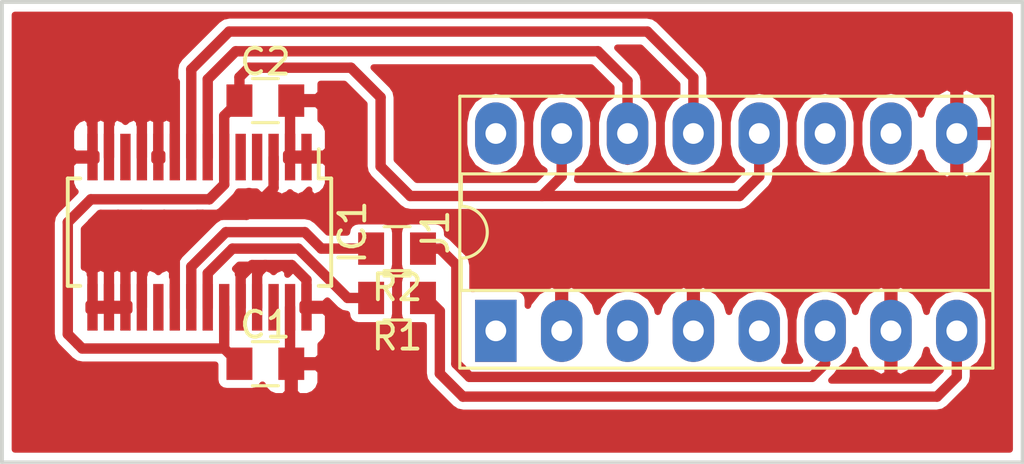
<source format=kicad_pcb>
(kicad_pcb (version 4) (host pcbnew 4.0.7)

  (general
    (links 33)
    (no_connects 0)
    (area 107.874999 102.794999 148.185 120.725001)
    (thickness 1.6)
    (drawings 4)
    (tracks 128)
    (zones 0)
    (modules 6)
    (nets 20)
  )

  (page A4)
  (layers
    (0 F.Cu signal)
    (31 B.Cu signal)
    (32 B.Adhes user)
    (33 F.Adhes user)
    (34 B.Paste user)
    (35 F.Paste user)
    (36 B.SilkS user)
    (37 F.SilkS user)
    (38 B.Mask user)
    (39 F.Mask user)
    (40 Dwgs.User user)
    (41 Cmts.User user)
    (42 Eco1.User user)
    (43 Eco2.User user)
    (44 Edge.Cuts user)
    (45 Margin user)
    (46 B.CrtYd user)
    (47 F.CrtYd user)
    (48 B.Fab user)
    (49 F.Fab user hide)
  )

  (setup
    (last_trace_width 0.4)
    (user_trace_width 0.4)
    (trace_clearance 0.2)
    (zone_clearance 0.3)
    (zone_45_only no)
    (trace_min 0.2)
    (segment_width 0.2)
    (edge_width 0.15)
    (via_size 0.6)
    (via_drill 0.4)
    (via_min_size 0.4)
    (via_min_drill 0.3)
    (uvia_size 0.3)
    (uvia_drill 0.1)
    (uvias_allowed no)
    (uvia_min_size 0.2)
    (uvia_min_drill 0.1)
    (pcb_text_width 0.3)
    (pcb_text_size 1.5 1.5)
    (mod_edge_width 0.15)
    (mod_text_size 1 1)
    (mod_text_width 0.15)
    (pad_size 0.9 0.4)
    (pad_drill 0)
    (pad_to_mask_clearance 0.2)
    (aux_axis_origin 0 0)
    (visible_elements 7FFFFFDF)
    (pcbplotparams
      (layerselection 0x00000_00000001)
      (usegerberextensions false)
      (excludeedgelayer true)
      (linewidth 0.100000)
      (plotframeref false)
      (viasonmask false)
      (mode 1)
      (useauxorigin false)
      (hpglpennumber 1)
      (hpglpenspeed 20)
      (hpglpendiameter 15)
      (hpglpenoverlay 2)
      (psnegative false)
      (psa4output false)
      (plotreference true)
      (plotvalue true)
      (plotinvisibletext false)
      (padsonsilk false)
      (subtractmaskfromsilk false)
      (outputformat 5)
      (mirror true)
      (drillshape 1)
      (scaleselection 1)
      (outputdirectory out/))
  )

  (net 0 "")
  (net 1 GND)
  (net 2 VCC)
  (net 3 "Net-(IC1-Pad4)")
  (net 4 "Net-(IC1-Pad5)")
  (net 5 /8701_XIN)
  (net 6 /8701_XOUT)
  (net 7 "Net-(IC1-Pad12)")
  (net 8 "Net-(IC1-Pad19)")
  (net 9 "Net-(IC1-Pad21)")
  (net 10 "Net-(IC1-Pad22)")
  (net 11 "Net-(IC1-Pad26)")
  (net 12 "Net-(J1-Pad1)")
  (net 13 "Net-(J1-Pad10)")
  (net 14 "Net-(J1-Pad3)")
  (net 15 "Net-(J1-Pad11)")
  (net 16 "Net-(J1-Pad5)")
  (net 17 /8701_CLK)
  (net 18 /8701_REF)
  (net 19 "Net-(J1-Pad16)")

  (net_class Default "This is the default net class."
    (clearance 0.2)
    (trace_width 0.4)
    (via_dia 0.6)
    (via_drill 0.4)
    (uvia_dia 0.3)
    (uvia_drill 0.1)
    (add_net /8701_CLK)
    (add_net /8701_REF)
    (add_net /8701_XIN)
    (add_net /8701_XOUT)
    (add_net GND)
    (add_net "Net-(IC1-Pad12)")
    (add_net "Net-(IC1-Pad19)")
    (add_net "Net-(IC1-Pad21)")
    (add_net "Net-(IC1-Pad22)")
    (add_net "Net-(IC1-Pad26)")
    (add_net "Net-(IC1-Pad4)")
    (add_net "Net-(IC1-Pad5)")
    (add_net "Net-(J1-Pad1)")
    (add_net "Net-(J1-Pad10)")
    (add_net "Net-(J1-Pad11)")
    (add_net "Net-(J1-Pad16)")
    (add_net "Net-(J1-Pad3)")
    (add_net "Net-(J1-Pad5)")
    (add_net VCC)
  )

  (module ics525-01-longpads:SSOP-28_3.9x9.9mm_Pitch0.635mm_LongPads (layer F.Cu) (tedit 5A2D5574) (tstamp 5A2D5CBB)
    (at 115.57 111.76 270)
    (descr "SSOP28: plastic shrink small outline package; 28 leads; body width 3.9 mm; lead pitch 0.635; (see http://cds.linear.com/docs/en/datasheet/38901fb.pdf)")
    (tags "SSOP 0.635")
    (path /5A284D3B)
    (attr smd)
    (fp_text reference IC1 (at 0 -5.9 270) (layer F.SilkS)
      (effects (font (size 1 1) (thickness 0.15)))
    )
    (fp_text value ICS525-01 (at -0.1 6.2 270) (layer F.Fab)
      (effects (font (size 1 1) (thickness 0.15)))
    )
    (fp_line (start -0.95 -4.95) (end 1.95 -4.95) (layer F.Fab) (width 0.15))
    (fp_line (start 1.95 -4.95) (end 1.95 4.95) (layer F.Fab) (width 0.15))
    (fp_line (start 1.95 4.95) (end -1.95 4.95) (layer F.Fab) (width 0.15))
    (fp_line (start -1.95 4.95) (end -1.95 -4) (layer F.Fab) (width 0.15))
    (fp_line (start -1.95 -4) (end -0.95 -4.95) (layer F.Fab) (width 0.15))
    (fp_line (start -3.45 -5.2) (end -3.45 5.2) (layer F.CrtYd) (width 0.05))
    (fp_line (start 3.45 -5.2) (end 3.45 5.2) (layer F.CrtYd) (width 0.05))
    (fp_line (start -3.45 -5.2) (end 3.45 -5.2) (layer F.CrtYd) (width 0.05))
    (fp_line (start -3.45 5.2) (end 3.45 5.2) (layer F.CrtYd) (width 0.05))
    (fp_line (start -2.075 -5.08) (end -2.075 -4.6) (layer F.SilkS) (width 0.15))
    (fp_line (start 2.075 -5.08) (end 2.075 -4.6) (layer F.SilkS) (width 0.15))
    (fp_line (start 2.075 5.08) (end 2.075 4.6) (layer F.SilkS) (width 0.15))
    (fp_line (start -2.075 5.08) (end -2.075 4.6) (layer F.SilkS) (width 0.15))
    (fp_line (start -2.075 -5.08) (end 2.075 -5.08) (layer F.SilkS) (width 0.15))
    (fp_line (start -2.075 5.08) (end 2.075 5.08) (layer F.SilkS) (width 0.15))
    (fp_line (start -2.075 -4.6) (end -3.2 -4.6) (layer F.SilkS) (width 0.15))
    (fp_text user %R (at 0 0 270) (layer F.Fab)
      (effects (font (size 0.8 0.8) (thickness 0.15)))
    )
    (pad 1 smd rect (at -2.9 -4.1275 270) (size 1.8 0.4) (layers F.Cu F.Paste F.Mask)
      (net 1 GND))
    (pad 2 smd rect (at -2.9 -3.4925 270) (size 1.8 0.4) (layers F.Cu F.Paste F.Mask)
      (net 1 GND))
    (pad 3 smd rect (at -2.9 -2.8575 270) (size 1.8 0.4) (layers F.Cu F.Paste F.Mask)
      (net 1 GND))
    (pad 4 smd rect (at -2.9 -2.2225 270) (size 1.8 0.4) (layers F.Cu F.Paste F.Mask)
      (net 3 "Net-(IC1-Pad4)"))
    (pad 5 smd rect (at -2.9 -1.5875 270) (size 1.8 0.4) (layers F.Cu F.Paste F.Mask)
      (net 4 "Net-(IC1-Pad5)"))
    (pad 6 smd rect (at -2.9 -0.9525 270) (size 1.8 0.4) (layers F.Cu F.Paste F.Mask)
      (net 2 VCC))
    (pad 7 smd rect (at -2.9 -0.3175 270) (size 1.8 0.4) (layers F.Cu F.Paste F.Mask)
      (net 5 /8701_XIN))
    (pad 8 smd rect (at -2.9 0.3175 270) (size 1.8 0.4) (layers F.Cu F.Paste F.Mask)
      (net 6 /8701_XOUT))
    (pad 9 smd rect (at -2.9 0.9525 270) (size 1.8 0.4) (layers F.Cu F.Paste F.Mask)
      (net 1 GND))
    (pad 10 smd rect (at -2.9 1.5875 270) (size 1.8 0.4) (layers F.Cu F.Paste F.Mask)
      (net 1 GND))
    (pad 11 smd rect (at -2.9 2.2225 270) (size 1.8 0.4) (layers F.Cu F.Paste F.Mask)
      (net 1 GND))
    (pad 12 smd rect (at -2.9 2.8575 270) (size 1.8 0.4) (layers F.Cu F.Paste F.Mask)
      (net 7 "Net-(IC1-Pad12)"))
    (pad 13 smd rect (at -2.9 3.4925 270) (size 1.8 0.4) (layers F.Cu F.Paste F.Mask)
      (net 1 GND))
    (pad 14 smd rect (at -2.9 4.1275 270) (size 1.8 0.4) (layers F.Cu F.Paste F.Mask)
      (net 1 GND))
    (pad 15 smd rect (at 2.9 4.1275 270) (size 1.8 0.4) (layers F.Cu F.Paste F.Mask)
      (net 1 GND))
    (pad 16 smd rect (at 2.9 3.4925 270) (size 1.8 0.4) (layers F.Cu F.Paste F.Mask)
      (net 1 GND))
    (pad 17 smd rect (at 2.9 2.8575 270) (size 1.8 0.4) (layers F.Cu F.Paste F.Mask)
      (net 1 GND))
    (pad 18 smd rect (at 2.9 2.2225 270) (size 1.8 0.4) (layers F.Cu F.Paste F.Mask)
      (net 1 GND))
    (pad 19 smd rect (at 2.9 1.5875 270) (size 1.8 0.4) (layers F.Cu F.Paste F.Mask)
      (net 8 "Net-(IC1-Pad19)"))
    (pad 20 smd rect (at 2.9 0.9525 270) (size 1.8 0.4) (layers F.Cu F.Paste F.Mask)
      (net 1 GND))
    (pad 21 smd rect (at 2.9 0.3175 270) (size 1.8 0.4) (layers F.Cu F.Paste F.Mask)
      (net 9 "Net-(IC1-Pad21)"))
    (pad 22 smd rect (at 2.9 -0.3175 270) (size 1.8 0.4) (layers F.Cu F.Paste F.Mask)
      (net 10 "Net-(IC1-Pad22)"))
    (pad 23 smd rect (at 2.9 -0.9525 270) (size 1.8 0.4) (layers F.Cu F.Paste F.Mask)
      (net 2 VCC))
    (pad 24 smd rect (at 2.9 -1.5875 270) (size 1.8 0.4) (layers F.Cu F.Paste F.Mask)
      (net 1 GND))
    (pad 25 smd rect (at 2.9 -2.2225 270) (size 1.8 0.4) (layers F.Cu F.Paste F.Mask)
      (net 1 GND))
    (pad 26 smd rect (at 2.9 -2.8575 270) (size 1.8 0.4) (layers F.Cu F.Paste F.Mask)
      (net 11 "Net-(IC1-Pad26)"))
    (pad 27 smd rect (at 2.9 -3.4925 270) (size 1.8 0.4) (layers F.Cu F.Paste F.Mask)
      (net 1 GND))
    (pad 28 smd rect (at 2.9 -4.1275 270) (size 1.8 0.4) (layers F.Cu F.Paste F.Mask)
      (net 1 GND))
    (model ${KISYS3DMOD}/Housings_SSOP.3dshapes/SSOP-28_3.9x9.9mm_Pitch0.635mm.wrl
      (at (xyz 0 0 0))
      (scale (xyz 1 1 1))
      (rotate (xyz 0 0 0))
    )
  )

  (module Housings_DIP:DIP-16_W7.62mm_Socket_LongPads (layer F.Cu) (tedit 59C78D6B) (tstamp 5A2D5CEB)
    (at 127 115.57 90)
    (descr "16-lead though-hole mounted DIP package, row spacing 7.62 mm (300 mils), Socket, LongPads")
    (tags "THT DIP DIL PDIP 2.54mm 7.62mm 300mil Socket LongPads")
    (path /5A284D7B)
    (fp_text reference J1 (at 3.81 -2.33 90) (layer F.SilkS)
      (effects (font (size 1 1) (thickness 0.15)))
    )
    (fp_text value Conn_8701 (at 3.81 20.11 90) (layer F.Fab)
      (effects (font (size 1 1) (thickness 0.15)))
    )
    (fp_arc (start 3.81 -1.33) (end 2.81 -1.33) (angle -180) (layer F.SilkS) (width 0.12))
    (fp_line (start 1.635 -1.27) (end 6.985 -1.27) (layer F.Fab) (width 0.1))
    (fp_line (start 6.985 -1.27) (end 6.985 19.05) (layer F.Fab) (width 0.1))
    (fp_line (start 6.985 19.05) (end 0.635 19.05) (layer F.Fab) (width 0.1))
    (fp_line (start 0.635 19.05) (end 0.635 -0.27) (layer F.Fab) (width 0.1))
    (fp_line (start 0.635 -0.27) (end 1.635 -1.27) (layer F.Fab) (width 0.1))
    (fp_line (start -1.27 -1.33) (end -1.27 19.11) (layer F.Fab) (width 0.1))
    (fp_line (start -1.27 19.11) (end 8.89 19.11) (layer F.Fab) (width 0.1))
    (fp_line (start 8.89 19.11) (end 8.89 -1.33) (layer F.Fab) (width 0.1))
    (fp_line (start 8.89 -1.33) (end -1.27 -1.33) (layer F.Fab) (width 0.1))
    (fp_line (start 2.81 -1.33) (end 1.56 -1.33) (layer F.SilkS) (width 0.12))
    (fp_line (start 1.56 -1.33) (end 1.56 19.11) (layer F.SilkS) (width 0.12))
    (fp_line (start 1.56 19.11) (end 6.06 19.11) (layer F.SilkS) (width 0.12))
    (fp_line (start 6.06 19.11) (end 6.06 -1.33) (layer F.SilkS) (width 0.12))
    (fp_line (start 6.06 -1.33) (end 4.81 -1.33) (layer F.SilkS) (width 0.12))
    (fp_line (start -1.44 -1.39) (end -1.44 19.17) (layer F.SilkS) (width 0.12))
    (fp_line (start -1.44 19.17) (end 9.06 19.17) (layer F.SilkS) (width 0.12))
    (fp_line (start 9.06 19.17) (end 9.06 -1.39) (layer F.SilkS) (width 0.12))
    (fp_line (start 9.06 -1.39) (end -1.44 -1.39) (layer F.SilkS) (width 0.12))
    (fp_line (start -1.55 -1.6) (end -1.55 19.4) (layer F.CrtYd) (width 0.05))
    (fp_line (start -1.55 19.4) (end 9.15 19.4) (layer F.CrtYd) (width 0.05))
    (fp_line (start 9.15 19.4) (end 9.15 -1.6) (layer F.CrtYd) (width 0.05))
    (fp_line (start 9.15 -1.6) (end -1.55 -1.6) (layer F.CrtYd) (width 0.05))
    (fp_text user %R (at 3.81 8.89 90) (layer F.Fab)
      (effects (font (size 1 1) (thickness 0.15)))
    )
    (pad 1 thru_hole rect (at 0 0 90) (size 2.4 1.6) (drill 0.8) (layers *.Cu *.Mask)
      (net 12 "Net-(J1-Pad1)"))
    (pad 9 thru_hole oval (at 7.62 17.78 90) (size 2.4 1.6) (drill 0.8) (layers *.Cu *.Mask)
      (net 1 GND))
    (pad 2 thru_hole oval (at 0 2.54 90) (size 2.4 1.6) (drill 0.8) (layers *.Cu *.Mask)
      (net 1 GND))
    (pad 10 thru_hole oval (at 7.62 15.24 90) (size 2.4 1.6) (drill 0.8) (layers *.Cu *.Mask)
      (net 13 "Net-(J1-Pad10)"))
    (pad 3 thru_hole oval (at 0 5.08 90) (size 2.4 1.6) (drill 0.8) (layers *.Cu *.Mask)
      (net 14 "Net-(J1-Pad3)"))
    (pad 11 thru_hole oval (at 7.62 12.7 90) (size 2.4 1.6) (drill 0.8) (layers *.Cu *.Mask)
      (net 15 "Net-(J1-Pad11)"))
    (pad 4 thru_hole oval (at 0 7.62 90) (size 2.4 1.6) (drill 0.8) (layers *.Cu *.Mask)
      (net 1 GND))
    (pad 12 thru_hole oval (at 7.62 10.16 90) (size 2.4 1.6) (drill 0.8) (layers *.Cu *.Mask)
      (net 2 VCC))
    (pad 5 thru_hole oval (at 0 10.16 90) (size 2.4 1.6) (drill 0.8) (layers *.Cu *.Mask)
      (net 16 "Net-(J1-Pad5)"))
    (pad 13 thru_hole oval (at 7.62 7.62 90) (size 2.4 1.6) (drill 0.8) (layers *.Cu *.Mask)
      (net 6 /8701_XOUT))
    (pad 6 thru_hole oval (at 0 12.7 90) (size 2.4 1.6) (drill 0.8) (layers *.Cu *.Mask)
      (net 17 /8701_CLK))
    (pad 14 thru_hole oval (at 7.62 5.08 90) (size 2.4 1.6) (drill 0.8) (layers *.Cu *.Mask)
      (net 5 /8701_XIN))
    (pad 7 thru_hole oval (at 0 15.24 90) (size 2.4 1.6) (drill 0.8) (layers *.Cu *.Mask)
      (net 1 GND))
    (pad 15 thru_hole oval (at 7.62 2.54 90) (size 2.4 1.6) (drill 0.8) (layers *.Cu *.Mask)
      (net 2 VCC))
    (pad 8 thru_hole oval (at 0 17.78 90) (size 2.4 1.6) (drill 0.8) (layers *.Cu *.Mask)
      (net 18 /8701_REF))
    (pad 16 thru_hole oval (at 7.62 0 90) (size 2.4 1.6) (drill 0.8) (layers *.Cu *.Mask)
      (net 19 "Net-(J1-Pad16)"))
    (model ${KISYS3DMOD}/Housings_DIP.3dshapes/DIP-16_W7.62mm_Socket.wrl
      (at (xyz 0 0 0))
      (scale (xyz 1 1 1))
      (rotate (xyz 0 0 0))
    )
  )

  (module Capacitors_SMD:C_0805 (layer F.Cu) (tedit 58AA8463) (tstamp 5A2D5E36)
    (at 118.11 116.84)
    (descr "Capacitor SMD 0805, reflow soldering, AVX (see smccp.pdf)")
    (tags "capacitor 0805")
    (path /5A2D462E)
    (attr smd)
    (fp_text reference C1 (at 0 -1.5) (layer F.SilkS)
      (effects (font (size 1 1) (thickness 0.15)))
    )
    (fp_text value 0.01uF (at 0 1.75) (layer F.Fab)
      (effects (font (size 1 1) (thickness 0.15)))
    )
    (fp_text user %R (at 0 -1.5) (layer F.Fab)
      (effects (font (size 1 1) (thickness 0.15)))
    )
    (fp_line (start -1 0.62) (end -1 -0.62) (layer F.Fab) (width 0.1))
    (fp_line (start 1 0.62) (end -1 0.62) (layer F.Fab) (width 0.1))
    (fp_line (start 1 -0.62) (end 1 0.62) (layer F.Fab) (width 0.1))
    (fp_line (start -1 -0.62) (end 1 -0.62) (layer F.Fab) (width 0.1))
    (fp_line (start 0.5 -0.85) (end -0.5 -0.85) (layer F.SilkS) (width 0.12))
    (fp_line (start -0.5 0.85) (end 0.5 0.85) (layer F.SilkS) (width 0.12))
    (fp_line (start -1.75 -0.88) (end 1.75 -0.88) (layer F.CrtYd) (width 0.05))
    (fp_line (start -1.75 -0.88) (end -1.75 0.87) (layer F.CrtYd) (width 0.05))
    (fp_line (start 1.75 0.87) (end 1.75 -0.88) (layer F.CrtYd) (width 0.05))
    (fp_line (start 1.75 0.87) (end -1.75 0.87) (layer F.CrtYd) (width 0.05))
    (pad 1 smd rect (at -1 0) (size 1 1.25) (layers F.Cu F.Paste F.Mask)
      (net 2 VCC))
    (pad 2 smd rect (at 1 0) (size 1 1.25) (layers F.Cu F.Paste F.Mask)
      (net 1 GND))
    (model Capacitors_SMD.3dshapes/C_0805.wrl
      (at (xyz 0 0 0))
      (scale (xyz 1 1 1))
      (rotate (xyz 0 0 0))
    )
  )

  (module Capacitors_SMD:C_0805 (layer F.Cu) (tedit 58AA8463) (tstamp 5A2D5E3B)
    (at 118.11 106.68)
    (descr "Capacitor SMD 0805, reflow soldering, AVX (see smccp.pdf)")
    (tags "capacitor 0805")
    (path /5A2D52FD)
    (attr smd)
    (fp_text reference C2 (at 0 -1.5) (layer F.SilkS)
      (effects (font (size 1 1) (thickness 0.15)))
    )
    (fp_text value 0.01uF (at 0 1.75) (layer F.Fab)
      (effects (font (size 1 1) (thickness 0.15)))
    )
    (fp_text user %R (at 0 -1.5) (layer F.Fab)
      (effects (font (size 1 1) (thickness 0.15)))
    )
    (fp_line (start -1 0.62) (end -1 -0.62) (layer F.Fab) (width 0.1))
    (fp_line (start 1 0.62) (end -1 0.62) (layer F.Fab) (width 0.1))
    (fp_line (start 1 -0.62) (end 1 0.62) (layer F.Fab) (width 0.1))
    (fp_line (start -1 -0.62) (end 1 -0.62) (layer F.Fab) (width 0.1))
    (fp_line (start 0.5 -0.85) (end -0.5 -0.85) (layer F.SilkS) (width 0.12))
    (fp_line (start -0.5 0.85) (end 0.5 0.85) (layer F.SilkS) (width 0.12))
    (fp_line (start -1.75 -0.88) (end 1.75 -0.88) (layer F.CrtYd) (width 0.05))
    (fp_line (start -1.75 -0.88) (end -1.75 0.87) (layer F.CrtYd) (width 0.05))
    (fp_line (start 1.75 0.87) (end 1.75 -0.88) (layer F.CrtYd) (width 0.05))
    (fp_line (start 1.75 0.87) (end -1.75 0.87) (layer F.CrtYd) (width 0.05))
    (pad 1 smd rect (at -1 0) (size 1 1.25) (layers F.Cu F.Paste F.Mask)
      (net 2 VCC))
    (pad 2 smd rect (at 1 0) (size 1 1.25) (layers F.Cu F.Paste F.Mask)
      (net 1 GND))
    (model Capacitors_SMD.3dshapes/C_0805.wrl
      (at (xyz 0 0 0))
      (scale (xyz 1 1 1))
      (rotate (xyz 0 0 0))
    )
  )

  (module Capacitors_SMD:C_0805 (layer F.Cu) (tedit 58AA8463) (tstamp 5A2D5E40)
    (at 123.19 114.3 180)
    (descr "Capacitor SMD 0805, reflow soldering, AVX (see smccp.pdf)")
    (tags "capacitor 0805")
    (path /5A284FFF)
    (attr smd)
    (fp_text reference R1 (at 0 -1.5 180) (layer F.SilkS)
      (effects (font (size 1 1) (thickness 0.15)))
    )
    (fp_text value 33 (at 0 1.75 180) (layer F.Fab)
      (effects (font (size 1 1) (thickness 0.15)))
    )
    (fp_text user %R (at 0 -1.5 180) (layer F.Fab)
      (effects (font (size 1 1) (thickness 0.15)))
    )
    (fp_line (start -1 0.62) (end -1 -0.62) (layer F.Fab) (width 0.1))
    (fp_line (start 1 0.62) (end -1 0.62) (layer F.Fab) (width 0.1))
    (fp_line (start 1 -0.62) (end 1 0.62) (layer F.Fab) (width 0.1))
    (fp_line (start -1 -0.62) (end 1 -0.62) (layer F.Fab) (width 0.1))
    (fp_line (start 0.5 -0.85) (end -0.5 -0.85) (layer F.SilkS) (width 0.12))
    (fp_line (start -0.5 0.85) (end 0.5 0.85) (layer F.SilkS) (width 0.12))
    (fp_line (start -1.75 -0.88) (end 1.75 -0.88) (layer F.CrtYd) (width 0.05))
    (fp_line (start -1.75 -0.88) (end -1.75 0.87) (layer F.CrtYd) (width 0.05))
    (fp_line (start 1.75 0.87) (end 1.75 -0.88) (layer F.CrtYd) (width 0.05))
    (fp_line (start 1.75 0.87) (end -1.75 0.87) (layer F.CrtYd) (width 0.05))
    (pad 1 smd rect (at -1 0 180) (size 1 1.25) (layers F.Cu F.Paste F.Mask)
      (net 18 /8701_REF))
    (pad 2 smd rect (at 1 0 180) (size 1 1.25) (layers F.Cu F.Paste F.Mask)
      (net 10 "Net-(IC1-Pad22)"))
    (model Capacitors_SMD.3dshapes/C_0805.wrl
      (at (xyz 0 0 0))
      (scale (xyz 1 1 1))
      (rotate (xyz 0 0 0))
    )
  )

  (module Capacitors_SMD:C_0805 (layer F.Cu) (tedit 58AA8463) (tstamp 5A2D5E45)
    (at 123.19 112.395 180)
    (descr "Capacitor SMD 0805, reflow soldering, AVX (see smccp.pdf)")
    (tags "capacitor 0805")
    (path /5A285068)
    (attr smd)
    (fp_text reference R2 (at 0 -1.5 180) (layer F.SilkS)
      (effects (font (size 1 1) (thickness 0.15)))
    )
    (fp_text value 33 (at 0 1.75 180) (layer F.Fab)
      (effects (font (size 1 1) (thickness 0.15)))
    )
    (fp_text user %R (at 0 -1.5 180) (layer F.Fab)
      (effects (font (size 1 1) (thickness 0.15)))
    )
    (fp_line (start -1 0.62) (end -1 -0.62) (layer F.Fab) (width 0.1))
    (fp_line (start 1 0.62) (end -1 0.62) (layer F.Fab) (width 0.1))
    (fp_line (start 1 -0.62) (end 1 0.62) (layer F.Fab) (width 0.1))
    (fp_line (start -1 -0.62) (end 1 -0.62) (layer F.Fab) (width 0.1))
    (fp_line (start 0.5 -0.85) (end -0.5 -0.85) (layer F.SilkS) (width 0.12))
    (fp_line (start -0.5 0.85) (end 0.5 0.85) (layer F.SilkS) (width 0.12))
    (fp_line (start -1.75 -0.88) (end 1.75 -0.88) (layer F.CrtYd) (width 0.05))
    (fp_line (start -1.75 -0.88) (end -1.75 0.87) (layer F.CrtYd) (width 0.05))
    (fp_line (start 1.75 0.87) (end 1.75 -0.88) (layer F.CrtYd) (width 0.05))
    (fp_line (start 1.75 0.87) (end -1.75 0.87) (layer F.CrtYd) (width 0.05))
    (pad 1 smd rect (at -1 0 180) (size 1 1.25) (layers F.Cu F.Paste F.Mask)
      (net 17 /8701_CLK))
    (pad 2 smd rect (at 1 0 180) (size 1 1.25) (layers F.Cu F.Paste F.Mask)
      (net 9 "Net-(IC1-Pad21)"))
    (model Capacitors_SMD.3dshapes/C_0805.wrl
      (at (xyz 0 0 0))
      (scale (xyz 1 1 1))
      (rotate (xyz 0 0 0))
    )
  )

  (gr_line (start 107.95 120.65) (end 147.32 120.65) (angle 90) (layer Edge.Cuts) (width 0.15))
  (gr_line (start 147.32 102.87) (end 107.95 102.87) (angle 90) (layer Edge.Cuts) (width 0.15))
  (gr_line (start 107.95 102.87) (end 107.95 120.65) (angle 90) (layer Edge.Cuts) (width 0.15))
  (gr_line (start 147.32 102.87) (end 147.32 120.65) (angle 90) (layer Edge.Cuts) (width 0.15))

  (segment (start 114.6175 108.86) (end 114.6175 105.9815) (width 0.4) (layer F.Cu) (net 1) (status 400000))
  (segment (start 114.3 105.664) (end 113.792 105.664) (width 0.4) (layer F.Cu) (net 1) (tstamp 5A2D6586))
  (segment (start 114.6175 105.9815) (end 114.3 105.664) (width 0.4) (layer F.Cu) (net 1) (tstamp 5A2D6585))
  (segment (start 113.9825 108.86) (end 113.9825 105.8545) (width 0.4) (layer F.Cu) (net 1) (status 400000))
  (segment (start 113.792 105.664) (end 112.776 105.664) (width 0.4) (layer F.Cu) (net 1) (tstamp 5A2D6582))
  (segment (start 113.9825 105.8545) (end 113.792 105.664) (width 0.4) (layer F.Cu) (net 1) (tstamp 5A2D6581))
  (segment (start 113.3475 108.86) (end 113.3475 106.2355) (width 0.4) (layer F.Cu) (net 1) (status 400000))
  (segment (start 112.776 105.664) (end 112.268 105.664) (width 0.4) (layer F.Cu) (net 1) (tstamp 5A2D657D))
  (segment (start 113.3475 106.2355) (end 112.776 105.664) (width 0.4) (layer F.Cu) (net 1) (tstamp 5A2D657C))
  (segment (start 112.0775 108.86) (end 112.0775 105.7275) (width 0.4) (layer F.Cu) (net 1))
  (segment (start 109.728 105.664) (end 109.728 108.204) (width 0.4) (layer F.Cu) (net 1) (tstamp 5A2D6572))
  (segment (start 110.49 104.902) (end 109.728 105.664) (width 0.4) (layer F.Cu) (net 1) (tstamp 5A2D6571))
  (segment (start 111.252 104.902) (end 110.49 104.902) (width 0.4) (layer F.Cu) (net 1) (tstamp 5A2D6570))
  (segment (start 112.0775 105.7275) (end 111.252 104.902) (width 0.4) (layer F.Cu) (net 1) (tstamp 5A2D656F))
  (segment (start 111.4425 108.86) (end 111.4425 107.3785) (width 0.4) (layer F.Cu) (net 1))
  (segment (start 112.522 118.872) (end 125.476 118.872) (width 0.4) (layer F.Cu) (net 1) (tstamp 5A2D6569))
  (segment (start 109.728 116.078) (end 112.522 118.872) (width 0.4) (layer F.Cu) (net 1) (tstamp 5A2D6568))
  (segment (start 109.728 107.95) (end 109.728 108.204) (width 0.4) (layer F.Cu) (net 1) (tstamp 5A2D6567))
  (segment (start 109.728 108.204) (end 109.728 116.078) (width 0.4) (layer F.Cu) (net 1) (tstamp 5A2D6575))
  (segment (start 110.744 106.934) (end 109.728 107.95) (width 0.4) (layer F.Cu) (net 1) (tstamp 5A2D6566))
  (segment (start 110.998 106.934) (end 110.744 106.934) (width 0.4) (layer F.Cu) (net 1) (tstamp 5A2D6565))
  (segment (start 111.4425 107.3785) (end 110.998 106.934) (width 0.4) (layer F.Cu) (net 1) (tstamp 5A2D6564))
  (segment (start 144.78 107.95) (end 144.78 113.03) (width 0.4) (layer F.Cu) (net 1))
  (segment (start 119.11 116.84) (end 123.444 116.84) (width 0.4) (layer F.Cu) (net 1))
  (segment (start 142.24 113.919) (end 142.24 115.57) (width 0.4) (layer F.Cu) (net 1) (tstamp 5A2D64FE))
  (segment (start 142.875 113.284) (end 142.24 113.919) (width 0.4) (layer F.Cu) (net 1) (tstamp 5A2D64FD))
  (segment (start 145.288 113.284) (end 142.875 113.284) (width 0.4) (layer F.Cu) (net 1) (tstamp 5A2D64FC))
  (segment (start 146.304 114.3) (end 145.288 113.284) (width 0.4) (layer F.Cu) (net 1) (tstamp 5A2D64FB))
  (segment (start 146.304 117.221) (end 146.304 114.3) (width 0.4) (layer F.Cu) (net 1) (tstamp 5A2D64F9))
  (segment (start 144.653 118.872) (end 146.304 117.221) (width 0.4) (layer F.Cu) (net 1) (tstamp 5A2D64F8))
  (segment (start 125.476 118.872) (end 144.653 118.872) (width 0.4) (layer F.Cu) (net 1) (tstamp 5A2D64F6))
  (segment (start 123.444 116.84) (end 125.476 118.872) (width 0.4) (layer F.Cu) (net 1) (tstamp 5A2D64F5))
  (segment (start 111.4425 114.66) (end 111.4425 111.407502) (width 0.4) (layer F.Cu) (net 1))
  (segment (start 111.76 111.090002) (end 112.429998 111.090002) (width 0.4) (layer F.Cu) (net 1) (tstamp 5A2D64F1))
  (segment (start 111.4425 111.407502) (end 111.76 111.090002) (width 0.4) (layer F.Cu) (net 1) (tstamp 5A2D64F0))
  (segment (start 112.0775 114.66) (end 112.0775 111.4425) (width 0.4) (layer F.Cu) (net 1))
  (segment (start 112.429998 111.090002) (end 113.318998 111.090002) (width 0.4) (layer F.Cu) (net 1) (tstamp 5A2D64ED))
  (segment (start 112.0775 111.4425) (end 112.429998 111.090002) (width 0.4) (layer F.Cu) (net 1) (tstamp 5A2D64EC))
  (segment (start 112.7125 114.66) (end 112.7125 111.6965) (width 0.4) (layer F.Cu) (net 1))
  (segment (start 113.318998 111.090002) (end 114.207998 111.090002) (width 0.4) (layer F.Cu) (net 1) (tstamp 5A2D64E9))
  (segment (start 112.7125 111.6965) (end 113.318998 111.090002) (width 0.4) (layer F.Cu) (net 1) (tstamp 5A2D64E8))
  (segment (start 113.3475 114.66) (end 113.3475 111.9505) (width 0.4) (layer F.Cu) (net 1))
  (segment (start 114.207998 111.090002) (end 115.697 111.090002) (width 0.4) (layer F.Cu) (net 1) (tstamp 5A2D64E3))
  (segment (start 113.3475 111.9505) (end 114.207998 111.090002) (width 0.4) (layer F.Cu) (net 1) (tstamp 5A2D64E2))
  (segment (start 118.4275 108.86) (end 118.4275 110.0455) (width 0.4) (layer F.Cu) (net 1))
  (segment (start 114.6175 111.9505) (end 114.6175 114.66) (width 0.4) (layer F.Cu) (net 1) (tstamp 5A2D64D9))
  (segment (start 115.477998 111.090002) (end 114.6175 111.9505) (width 0.4) (layer F.Cu) (net 1) (tstamp 5A2D64D8))
  (segment (start 117.382998 111.090002) (end 115.697 111.090002) (width 0.4) (layer F.Cu) (net 1) (tstamp 5A2D64D7))
  (segment (start 115.697 111.090002) (end 115.477998 111.090002) (width 0.4) (layer F.Cu) (net 1) (tstamp 5A2D64E6))
  (segment (start 118.4275 110.0455) (end 117.382998 111.090002) (width 0.4) (layer F.Cu) (net 1) (tstamp 5A2D64D6))
  (segment (start 117.1575 114.66) (end 117.1575 113.4745) (width 0.4) (layer F.Cu) (net 1))
  (segment (start 117.602 113.03) (end 118.11 113.03) (width 0.4) (layer F.Cu) (net 1) (tstamp 5A2D644D))
  (segment (start 117.1575 113.4745) (end 117.602 113.03) (width 0.4) (layer F.Cu) (net 1) (tstamp 5A2D644C))
  (segment (start 117.7925 114.66) (end 117.7925 113.3475) (width 0.4) (layer F.Cu) (net 1))
  (segment (start 119.6975 113.6015) (end 119.6975 114.66) (width 0.4) (layer F.Cu) (net 1) (tstamp 5A2D6449))
  (segment (start 119.126 113.03) (end 119.6975 113.6015) (width 0.4) (layer F.Cu) (net 1) (tstamp 5A2D6448))
  (segment (start 118.11 113.03) (end 119.126 113.03) (width 0.4) (layer F.Cu) (net 1) (tstamp 5A2D6447))
  (segment (start 117.7925 113.3475) (end 118.11 113.03) (width 0.4) (layer F.Cu) (net 1) (tstamp 5A2D6446))
  (segment (start 119.0625 114.66) (end 119.0625 116.7925) (width 0.4) (layer F.Cu) (net 1))
  (segment (start 119.0625 116.7925) (end 119.11 116.84) (width 0.4) (layer F.Cu) (net 1) (tstamp 5A2D6371))
  (segment (start 119.0625 108.86) (end 119.0625 106.7275) (width 0.4) (layer F.Cu) (net 1))
  (segment (start 119.0625 106.7275) (end 119.11 106.68) (width 0.4) (layer F.Cu) (net 1) (tstamp 5A2D636B))
  (segment (start 119.3165 106.8865) (end 119.11 106.68) (width 0.4) (layer F.Cu) (net 1) (tstamp 5A2D630F) (status 30))
  (segment (start 119.0625 106.7275) (end 119.11 106.68) (width 0.4) (layer F.Cu) (net 1) (tstamp 5A2D6296) (status 30))
  (segment (start 117.11 116.84) (end 116.5225 116.2525) (width 0.4) (layer F.Cu) (net 2) (status 400000))
  (segment (start 116.5225 116.2525) (end 111.0455 116.2525) (width 0.4) (layer F.Cu) (net 2) (tstamp 5A2D6597))
  (segment (start 111.0455 116.2525) (end 110.871 116.078) (width 0.4) (layer F.Cu) (net 2) (tstamp 5A2D6598))
  (segment (start 116.5225 108.86) (end 116.5225 109.9185) (width 0.4) (layer F.Cu) (net 2))
  (segment (start 116.5225 109.9185) (end 115.951 110.49) (width 0.4) (layer F.Cu) (net 2) (tstamp 5A2D6541))
  (segment (start 115.951 110.49) (end 111.379 110.49) (width 0.4) (layer F.Cu) (net 2) (tstamp 5A2D6542))
  (segment (start 111.379 110.49) (end 110.49 111.379) (width 0.4) (layer F.Cu) (net 2) (tstamp 5A2D6543))
  (segment (start 110.49 111.379) (end 110.49 115.697) (width 0.4) (layer F.Cu) (net 2) (tstamp 5A2D6544))
  (segment (start 110.49 115.697) (end 110.871 116.078) (width 0.4) (layer F.Cu) (net 2) (tstamp 5A2D6545))
  (segment (start 137.16 107.95) (end 137.16 109.601) (width 0.4) (layer F.Cu) (net 2))
  (segment (start 136.398 110.363) (end 128.778 110.363) (width 0.4) (layer F.Cu) (net 2) (tstamp 5A2D6517))
  (segment (start 137.16 109.601) (end 136.398 110.363) (width 0.4) (layer F.Cu) (net 2) (tstamp 5A2D6516))
  (segment (start 117.11 106.68) (end 117.11 105.775) (width 0.4) (layer F.Cu) (net 2))
  (segment (start 129.54 109.601) (end 129.54 107.95) (width 0.4) (layer F.Cu) (net 2) (tstamp 5A2D650F))
  (segment (start 128.778 110.363) (end 129.54 109.601) (width 0.4) (layer F.Cu) (net 2) (tstamp 5A2D650E))
  (segment (start 123.698 110.363) (end 128.778 110.363) (width 0.4) (layer F.Cu) (net 2) (tstamp 5A2D650D))
  (segment (start 122.555 109.22) (end 123.698 110.363) (width 0.4) (layer F.Cu) (net 2) (tstamp 5A2D650C))
  (segment (start 122.555 106.553) (end 122.555 109.22) (width 0.4) (layer F.Cu) (net 2) (tstamp 5A2D650B))
  (segment (start 121.412 105.41) (end 122.555 106.553) (width 0.4) (layer F.Cu) (net 2) (tstamp 5A2D650A))
  (segment (start 117.475 105.41) (end 121.412 105.41) (width 0.4) (layer F.Cu) (net 2) (tstamp 5A2D6509))
  (segment (start 117.11 105.775) (end 117.475 105.41) (width 0.4) (layer F.Cu) (net 2) (tstamp 5A2D6508))
  (segment (start 116.5225 109.9185) (end 115.951 110.49) (width 0.4) (layer F.Cu) (net 2) (tstamp 5A2D64CC))
  (segment (start 116.5225 114.66) (end 116.5225 116.2525) (width 0.4) (layer F.Cu) (net 2))
  (segment (start 116.5225 108.86) (end 116.5225 107.2675) (width 0.4) (layer F.Cu) (net 2))
  (segment (start 116.5225 107.2675) (end 117.11 106.68) (width 0.4) (layer F.Cu) (net 2) (tstamp 5A2D6368))
  (segment (start 116.7765 107.0135) (end 117.11 106.68) (width 0.4) (layer F.Cu) (net 2) (tstamp 5A2D630C) (status 30))
  (segment (start 117.1575 116.7925) (end 117.11 116.84) (width 0.4) (layer F.Cu) (net 2) (tstamp 5A2D628F) (status 30))
  (segment (start 117.1575 106.7275) (end 117.11 106.68) (width 0.4) (layer F.Cu) (net 2) (tstamp 5A2D6286) (status 30))
  (segment (start 115.8875 108.86) (end 115.8875 105.8545) (width 0.4) (layer F.Cu) (net 5))
  (segment (start 132.08 105.918) (end 132.08 107.95) (width 0.4) (layer F.Cu) (net 5) (tstamp 5A2D651D))
  (segment (start 130.937 104.775) (end 132.08 105.918) (width 0.4) (layer F.Cu) (net 5) (tstamp 5A2D651C))
  (segment (start 116.967 104.775) (end 130.937 104.775) (width 0.4) (layer F.Cu) (net 5) (tstamp 5A2D651B))
  (segment (start 115.8875 105.8545) (end 116.967 104.775) (width 0.4) (layer F.Cu) (net 5) (tstamp 5A2D651A))
  (segment (start 132.08 108.966) (end 132.08 107.95) (width 0.4) (layer F.Cu) (net 5) (tstamp 5A2D647E))
  (segment (start 115.2525 108.86) (end 115.2525 105.4735) (width 0.4) (layer F.Cu) (net 6))
  (segment (start 134.62 105.791) (end 134.62 107.95) (width 0.4) (layer F.Cu) (net 6) (tstamp 5A2D6524))
  (segment (start 132.842 104.013) (end 134.62 105.791) (width 0.4) (layer F.Cu) (net 6) (tstamp 5A2D6522))
  (segment (start 116.713 104.013) (end 132.842 104.013) (width 0.4) (layer F.Cu) (net 6) (tstamp 5A2D6521))
  (segment (start 115.2525 105.4735) (end 116.713 104.013) (width 0.4) (layer F.Cu) (net 6) (tstamp 5A2D6520))
  (segment (start 115.2525 114.66) (end 115.2525 113.0935) (width 0.4) (layer F.Cu) (net 9))
  (segment (start 120.269 112.395) (end 122.19 112.395) (width 0.4) (layer F.Cu) (net 9) (tstamp 5A2D6493))
  (segment (start 119.634 111.76) (end 120.269 112.395) (width 0.4) (layer F.Cu) (net 9) (tstamp 5A2D6492))
  (segment (start 116.586 111.76) (end 119.634 111.76) (width 0.4) (layer F.Cu) (net 9) (tstamp 5A2D6491))
  (segment (start 115.2525 113.0935) (end 116.586 111.76) (width 0.4) (layer F.Cu) (net 9) (tstamp 5A2D6490))
  (segment (start 115.8875 114.66) (end 115.8875 113.3475) (width 0.4) (layer F.Cu) (net 10))
  (segment (start 121.285 114.3) (end 122.19 114.3) (width 0.4) (layer F.Cu) (net 10) (tstamp 5A2D6489))
  (segment (start 119.38 112.395) (end 121.285 114.3) (width 0.4) (layer F.Cu) (net 10) (tstamp 5A2D6488))
  (segment (start 116.84 112.395) (end 119.38 112.395) (width 0.4) (layer F.Cu) (net 10) (tstamp 5A2D6487))
  (segment (start 115.8875 113.3475) (end 116.84 112.395) (width 0.4) (layer F.Cu) (net 10) (tstamp 5A2D6486))
  (segment (start 124.19 112.395) (end 124.841 112.395) (width 0.4) (layer F.Cu) (net 17))
  (segment (start 139.7 116.84) (end 139.7 115.57) (width 0.4) (layer F.Cu) (net 17) (tstamp 5A2D6464))
  (segment (start 139.192 117.348) (end 139.7 116.84) (width 0.4) (layer F.Cu) (net 17) (tstamp 5A2D6463))
  (segment (start 125.984 117.348) (end 139.192 117.348) (width 0.4) (layer F.Cu) (net 17) (tstamp 5A2D6462))
  (segment (start 125.476 116.84) (end 125.984 117.348) (width 0.4) (layer F.Cu) (net 17) (tstamp 5A2D6461))
  (segment (start 125.476 113.03) (end 125.476 116.84) (width 0.4) (layer F.Cu) (net 17) (tstamp 5A2D6460))
  (segment (start 124.841 112.395) (end 125.476 113.03) (width 0.4) (layer F.Cu) (net 17) (tstamp 5A2D645F))
  (segment (start 124.19 114.3) (end 124.333 114.3) (width 0.4) (layer F.Cu) (net 18) (status C00000))
  (segment (start 124.333 114.3) (end 124.841 114.808) (width 0.4) (layer F.Cu) (net 18) (tstamp 5A2D65A0) (status 400000))
  (segment (start 124.841 117.221) (end 125.73 118.11) (width 0.4) (layer F.Cu) (net 18) (tstamp 5A2D65A2))
  (segment (start 124.841 114.808) (end 124.841 117.221) (width 0.4) (layer F.Cu) (net 18) (tstamp 5A2D65A1))
  (segment (start 144.78 117.348) (end 144.78 115.57) (width 0.4) (layer F.Cu) (net 18) (tstamp 5A2D646A))
  (segment (start 144.018 118.11) (end 144.78 117.348) (width 0.4) (layer F.Cu) (net 18) (tstamp 5A2D6469))
  (segment (start 125.73 118.11) (end 144.018 118.11) (width 0.4) (layer F.Cu) (net 18) (tstamp 5A2D6468))
  (segment (start 144.78 116.586) (end 144.78 115.57) (width 0.4) (layer F.Cu) (net 18) (tstamp 5A2D62D1))

  (zone (net 1) (net_name GND) (layer F.Cu) (tstamp 5A2D65ED) (hatch edge 0.508)
    (connect_pads (clearance 0.3))
    (min_thickness 0.254)
    (fill yes (arc_segments 16) (thermal_gap 0.508) (thermal_bridge_width 0.508))
    (polygon
      (pts
        (xy 107.95 102.87) (xy 147.32 102.87) (xy 147.32 120.65) (xy 107.95 120.65)
      )
    )
    (filled_polygon
      (pts
        (xy 146.818 120.148) (xy 108.452 120.148) (xy 108.452 111.379) (xy 109.863 111.379) (xy 109.863 115.697)
        (xy 109.910728 115.936943) (xy 110.018561 116.098327) (xy 110.046644 116.140356) (xy 110.602144 116.695856) (xy 110.805557 116.831772)
        (xy 111.0455 116.8795) (xy 116.174635 116.8795) (xy 116.174635 117.465) (xy 116.204409 117.623237) (xy 116.297927 117.768567)
        (xy 116.440619 117.866064) (xy 116.61 117.900365) (xy 117.61 117.900365) (xy 117.768237 117.870591) (xy 117.913567 117.777073)
        (xy 117.999719 117.650986) (xy 118.071673 117.824699) (xy 118.250302 118.003327) (xy 118.483691 118.1) (xy 118.82425 118.1)
        (xy 118.983 117.94125) (xy 118.983 116.967) (xy 119.237 116.967) (xy 119.237 117.94125) (xy 119.39575 118.1)
        (xy 119.736309 118.1) (xy 119.969698 118.003327) (xy 120.148327 117.824699) (xy 120.245 117.59131) (xy 120.245 117.12575)
        (xy 120.08625 116.967) (xy 119.237 116.967) (xy 118.983 116.967) (xy 118.963 116.967) (xy 118.963 116.713)
        (xy 118.983 116.713) (xy 118.983 116.693) (xy 119.237 116.693) (xy 119.237 116.713) (xy 120.08625 116.713)
        (xy 120.245 116.55425) (xy 120.245 116.10338) (xy 120.257199 116.098327) (xy 120.435827 115.919698) (xy 120.5325 115.686309)
        (xy 120.5325 114.94575) (xy 120.37375 114.787) (xy 119.7975 114.787) (xy 119.7975 114.807) (xy 119.75875 114.807)
        (xy 119.73875 114.787) (xy 119.5505 114.787) (xy 119.5505 114.533) (xy 119.73875 114.533) (xy 119.75875 114.513)
        (xy 119.7975 114.513) (xy 119.7975 114.533) (xy 120.37375 114.533) (xy 120.502519 114.404231) (xy 120.841644 114.743356)
        (xy 121.045058 114.879273) (xy 121.254635 114.92096) (xy 121.254635 114.925) (xy 121.284409 115.083237) (xy 121.377927 115.228567)
        (xy 121.520619 115.326064) (xy 121.69 115.360365) (xy 122.69 115.360365) (xy 122.848237 115.330591) (xy 122.993567 115.237073)
        (xy 123.091064 115.094381) (xy 123.125365 114.925) (xy 123.125365 113.675) (xy 123.095591 113.516763) (xy 123.002073 113.371433)
        (xy 122.968281 113.348344) (xy 122.993567 113.332073) (xy 123.091064 113.189381) (xy 123.125365 113.02) (xy 123.125365 111.77)
        (xy 123.254635 111.77) (xy 123.254635 113.02) (xy 123.284409 113.178237) (xy 123.377927 113.323567) (xy 123.411719 113.346656)
        (xy 123.386433 113.362927) (xy 123.288936 113.505619) (xy 123.254635 113.675) (xy 123.254635 114.925) (xy 123.284409 115.083237)
        (xy 123.377927 115.228567) (xy 123.520619 115.326064) (xy 123.69 115.360365) (xy 124.214 115.360365) (xy 124.214 117.221)
        (xy 124.261728 117.460943) (xy 124.370169 117.623237) (xy 124.397644 117.664356) (xy 125.286644 118.553356) (xy 125.490058 118.689273)
        (xy 125.73 118.737) (xy 144.018 118.737) (xy 144.257943 118.689272) (xy 144.461356 118.553356) (xy 145.223356 117.791356)
        (xy 145.359273 117.587942) (xy 145.407 117.348) (xy 145.407 117.030272) (xy 145.64762 116.869495) (xy 145.9136 116.471428)
        (xy 146.007 116.001875) (xy 146.007 115.138125) (xy 145.9136 114.668572) (xy 145.64762 114.270505) (xy 145.249553 114.004525)
        (xy 144.78 113.911125) (xy 144.310447 114.004525) (xy 143.91238 114.270505) (xy 143.6464 114.668572) (xy 143.61364 114.833268)
        (xy 143.517166 114.503517) (xy 143.164896 114.0655) (xy 142.671819 113.795633) (xy 142.589039 113.778096) (xy 142.367 113.900085)
        (xy 142.367 115.443) (xy 142.387 115.443) (xy 142.387 115.697) (xy 142.367 115.697) (xy 142.367 117.239915)
        (xy 142.589039 117.361904) (xy 142.671819 117.344367) (xy 143.164896 117.0745) (xy 143.517166 116.636483) (xy 143.61364 116.306732)
        (xy 143.6464 116.471428) (xy 143.91238 116.869495) (xy 144.153 117.030272) (xy 144.153 117.088288) (xy 143.758288 117.483)
        (xy 139.943712 117.483) (xy 140.143356 117.283356) (xy 140.222257 117.165272) (xy 140.279272 117.079943) (xy 140.283351 117.059438)
        (xy 140.56762 116.869495) (xy 140.8336 116.471428) (xy 140.86636 116.306732) (xy 140.962834 116.636483) (xy 141.315104 117.0745)
        (xy 141.808181 117.344367) (xy 141.890961 117.361904) (xy 142.113 117.239915) (xy 142.113 115.697) (xy 142.093 115.697)
        (xy 142.093 115.443) (xy 142.113 115.443) (xy 142.113 113.900085) (xy 141.890961 113.778096) (xy 141.808181 113.795633)
        (xy 141.315104 114.0655) (xy 140.962834 114.503517) (xy 140.86636 114.833268) (xy 140.8336 114.668572) (xy 140.56762 114.270505)
        (xy 140.169553 114.004525) (xy 139.7 113.911125) (xy 139.230447 114.004525) (xy 138.83238 114.270505) (xy 138.5664 114.668572)
        (xy 138.473 115.138125) (xy 138.473 116.001875) (xy 138.5664 116.471428) (xy 138.733159 116.721) (xy 138.126841 116.721)
        (xy 138.2936 116.471428) (xy 138.387 116.001875) (xy 138.387 115.138125) (xy 138.2936 114.668572) (xy 138.02762 114.270505)
        (xy 137.629553 114.004525) (xy 137.16 113.911125) (xy 136.690447 114.004525) (xy 136.29238 114.270505) (xy 136.0264 114.668572)
        (xy 135.99364 114.833268) (xy 135.897166 114.503517) (xy 135.544896 114.0655) (xy 135.051819 113.795633) (xy 134.969039 113.778096)
        (xy 134.747 113.900085) (xy 134.747 115.443) (xy 134.767 115.443) (xy 134.767 115.697) (xy 134.747 115.697)
        (xy 134.747 115.717) (xy 134.493 115.717) (xy 134.493 115.697) (xy 134.473 115.697) (xy 134.473 115.443)
        (xy 134.493 115.443) (xy 134.493 113.900085) (xy 134.270961 113.778096) (xy 134.188181 113.795633) (xy 133.695104 114.0655)
        (xy 133.342834 114.503517) (xy 133.24636 114.833268) (xy 133.2136 114.668572) (xy 132.94762 114.270505) (xy 132.549553 114.004525)
        (xy 132.08 113.911125) (xy 131.610447 114.004525) (xy 131.21238 114.270505) (xy 130.9464 114.668572) (xy 130.91364 114.833268)
        (xy 130.817166 114.503517) (xy 130.464896 114.0655) (xy 129.971819 113.795633) (xy 129.889039 113.778096) (xy 129.667 113.900085)
        (xy 129.667 115.443) (xy 129.687 115.443) (xy 129.687 115.697) (xy 129.667 115.697) (xy 129.667 115.717)
        (xy 129.413 115.717) (xy 129.413 115.697) (xy 129.393 115.697) (xy 129.393 115.443) (xy 129.413 115.443)
        (xy 129.413 113.900085) (xy 129.190961 113.778096) (xy 129.108181 113.795633) (xy 128.615104 114.0655) (xy 128.262834 114.503517)
        (xy 128.235365 114.597407) (xy 128.235365 114.37) (xy 128.205591 114.211763) (xy 128.112073 114.066433) (xy 127.969381 113.968936)
        (xy 127.8 113.934635) (xy 126.2 113.934635) (xy 126.103 113.952887) (xy 126.103 113.03) (xy 126.091915 112.974272)
        (xy 126.055273 112.790058) (xy 125.919356 112.586644) (xy 125.284356 111.951644) (xy 125.125365 111.84541) (xy 125.125365 111.77)
        (xy 125.095591 111.611763) (xy 125.002073 111.466433) (xy 124.859381 111.368936) (xy 124.69 111.334635) (xy 123.69 111.334635)
        (xy 123.531763 111.364409) (xy 123.386433 111.457927) (xy 123.288936 111.600619) (xy 123.254635 111.77) (xy 123.125365 111.77)
        (xy 123.095591 111.611763) (xy 123.002073 111.466433) (xy 122.859381 111.368936) (xy 122.69 111.334635) (xy 121.69 111.334635)
        (xy 121.531763 111.364409) (xy 121.386433 111.457927) (xy 121.288936 111.600619) (xy 121.25504 111.768) (xy 120.528712 111.768)
        (xy 120.077356 111.316644) (xy 119.873943 111.180728) (xy 119.634 111.133) (xy 116.586 111.133) (xy 116.346058 111.180727)
        (xy 116.142644 111.316644) (xy 114.809144 112.650144) (xy 114.673228 112.853557) (xy 114.6255 113.0935) (xy 114.6255 113.718693)
        (xy 114.617513 113.758131) (xy 114.588091 113.601763) (xy 114.5175 113.492062) (xy 114.5175 113.28375) (xy 114.35875 113.125)
        (xy 114.29119 113.125) (xy 114.057801 113.221673) (xy 113.9825 113.296974) (xy 113.907199 113.221673) (xy 113.67381 113.125)
        (xy 113.60625 113.125) (xy 113.4475 113.28375) (xy 113.4475 113.396975) (xy 113.272199 113.221673) (xy 113.124063 113.160313)
        (xy 113.08875 113.125) (xy 112.97125 113.125) (xy 112.935937 113.160313) (xy 112.787801 113.221673) (xy 112.7125 113.296974)
        (xy 112.637199 113.221673) (xy 112.489063 113.160313) (xy 112.45375 113.125) (xy 112.33625 113.125) (xy 112.300937 113.160313)
        (xy 112.152801 113.221673) (xy 112.0775 113.296974) (xy 112.002199 113.221673) (xy 111.854063 113.160313) (xy 111.81875 113.125)
        (xy 111.70125 113.125) (xy 111.665937 113.160313) (xy 111.517801 113.221673) (xy 111.3425 113.396975) (xy 111.3425 113.28375)
        (xy 111.18375 113.125) (xy 111.117 113.125) (xy 111.117 111.638712) (xy 111.638712 111.117) (xy 115.951 111.117)
        (xy 116.190943 111.069272) (xy 116.394356 110.933356) (xy 116.965856 110.361856) (xy 117.077102 110.195365) (xy 117.3575 110.195365)
        (xy 117.479315 110.172444) (xy 117.5925 110.195365) (xy 117.76484 110.195365) (xy 117.867801 110.298327) (xy 118.10119 110.395)
        (xy 118.16875 110.395) (xy 118.3275 110.23625) (xy 118.3275 110.123025) (xy 118.502801 110.298327) (xy 118.650937 110.359687)
        (xy 118.68625 110.395) (xy 118.80375 110.395) (xy 118.839063 110.359687) (xy 118.987199 110.298327) (xy 119.0625 110.223026)
        (xy 119.137801 110.298327) (xy 119.285937 110.359687) (xy 119.32125 110.395) (xy 119.43875 110.395) (xy 119.474063 110.359687)
        (xy 119.622199 110.298327) (xy 119.7975 110.123025) (xy 119.7975 110.23625) (xy 119.95625 110.395) (xy 120.02381 110.395)
        (xy 120.257199 110.298327) (xy 120.435827 110.119698) (xy 120.5325 109.886309) (xy 120.5325 109.14575) (xy 120.37375 108.987)
        (xy 119.7975 108.987) (xy 119.7975 109.04575) (xy 119.73875 108.987) (xy 118.9155 108.987) (xy 118.9155 108.733)
        (xy 119.73875 108.733) (xy 119.75875 108.713) (xy 119.7975 108.713) (xy 119.7975 108.733) (xy 120.37375 108.733)
        (xy 120.5325 108.57425) (xy 120.5325 107.833691) (xy 120.435827 107.600302) (xy 120.257199 107.421673) (xy 120.245 107.41662)
        (xy 120.245 106.96575) (xy 120.08625 106.807) (xy 119.237 106.807) (xy 119.237 106.827) (xy 118.983 106.827)
        (xy 118.983 106.807) (xy 118.963 106.807) (xy 118.963 106.553) (xy 118.983 106.553) (xy 118.983 106.533)
        (xy 119.237 106.533) (xy 119.237 106.553) (xy 120.08625 106.553) (xy 120.245 106.39425) (xy 120.245 106.037)
        (xy 121.152288 106.037) (xy 121.928 106.812712) (xy 121.928 109.22) (xy 121.975728 109.459943) (xy 122.032743 109.545272)
        (xy 122.111644 109.663356) (xy 123.254644 110.806356) (xy 123.458057 110.942272) (xy 123.698 110.99) (xy 136.398 110.99)
        (xy 136.637943 110.942272) (xy 136.841356 110.806356) (xy 137.603356 110.044356) (xy 137.739273 109.840942) (xy 137.787 109.601)
        (xy 137.787 109.410272) (xy 138.02762 109.249495) (xy 138.2936 108.851428) (xy 138.387 108.381875) (xy 138.387 107.518125)
        (xy 138.473 107.518125) (xy 138.473 108.381875) (xy 138.5664 108.851428) (xy 138.83238 109.249495) (xy 139.230447 109.515475)
        (xy 139.7 109.608875) (xy 140.169553 109.515475) (xy 140.56762 109.249495) (xy 140.8336 108.851428) (xy 140.927 108.381875)
        (xy 140.927 107.518125) (xy 141.013 107.518125) (xy 141.013 108.381875) (xy 141.1064 108.851428) (xy 141.37238 109.249495)
        (xy 141.770447 109.515475) (xy 142.24 109.608875) (xy 142.709553 109.515475) (xy 143.10762 109.249495) (xy 143.3736 108.851428)
        (xy 143.40636 108.686732) (xy 143.502834 109.016483) (xy 143.855104 109.4545) (xy 144.348181 109.724367) (xy 144.430961 109.741904)
        (xy 144.653 109.619915) (xy 144.653 108.077) (xy 144.907 108.077) (xy 144.907 109.619915) (xy 145.129039 109.741904)
        (xy 145.211819 109.724367) (xy 145.704896 109.4545) (xy 146.057166 109.016483) (xy 146.215 108.477) (xy 146.215 108.077)
        (xy 144.907 108.077) (xy 144.653 108.077) (xy 144.633 108.077) (xy 144.633 107.823) (xy 144.653 107.823)
        (xy 144.653 106.280085) (xy 144.907 106.280085) (xy 144.907 107.823) (xy 146.215 107.823) (xy 146.215 107.423)
        (xy 146.057166 106.883517) (xy 145.704896 106.4455) (xy 145.211819 106.175633) (xy 145.129039 106.158096) (xy 144.907 106.280085)
        (xy 144.653 106.280085) (xy 144.430961 106.158096) (xy 144.348181 106.175633) (xy 143.855104 106.4455) (xy 143.502834 106.883517)
        (xy 143.40636 107.213268) (xy 143.3736 107.048572) (xy 143.10762 106.650505) (xy 142.709553 106.384525) (xy 142.24 106.291125)
        (xy 141.770447 106.384525) (xy 141.37238 106.650505) (xy 141.1064 107.048572) (xy 141.013 107.518125) (xy 140.927 107.518125)
        (xy 140.8336 107.048572) (xy 140.56762 106.650505) (xy 140.169553 106.384525) (xy 139.7 106.291125) (xy 139.230447 106.384525)
        (xy 138.83238 106.650505) (xy 138.5664 107.048572) (xy 138.473 107.518125) (xy 138.387 107.518125) (xy 138.2936 107.048572)
        (xy 138.02762 106.650505) (xy 137.629553 106.384525) (xy 137.16 106.291125) (xy 136.690447 106.384525) (xy 136.29238 106.650505)
        (xy 136.0264 107.048572) (xy 135.933 107.518125) (xy 135.933 108.381875) (xy 136.0264 108.851428) (xy 136.29238 109.249495)
        (xy 136.491647 109.382641) (xy 136.138288 109.736) (xy 130.140147 109.736) (xy 130.167 109.601) (xy 130.167 109.410272)
        (xy 130.40762 109.249495) (xy 130.6736 108.851428) (xy 130.767 108.381875) (xy 130.767 107.518125) (xy 130.6736 107.048572)
        (xy 130.40762 106.650505) (xy 130.009553 106.384525) (xy 129.54 106.291125) (xy 129.070447 106.384525) (xy 128.67238 106.650505)
        (xy 128.4064 107.048572) (xy 128.313 107.518125) (xy 128.313 108.381875) (xy 128.4064 108.851428) (xy 128.67238 109.249495)
        (xy 128.871647 109.382641) (xy 128.518288 109.736) (xy 123.957712 109.736) (xy 123.182 108.960288) (xy 123.182 107.518125)
        (xy 125.773 107.518125) (xy 125.773 108.381875) (xy 125.8664 108.851428) (xy 126.13238 109.249495) (xy 126.530447 109.515475)
        (xy 127 109.608875) (xy 127.469553 109.515475) (xy 127.86762 109.249495) (xy 128.1336 108.851428) (xy 128.227 108.381875)
        (xy 128.227 107.518125) (xy 128.1336 107.048572) (xy 127.86762 106.650505) (xy 127.469553 106.384525) (xy 127 106.291125)
        (xy 126.530447 106.384525) (xy 126.13238 106.650505) (xy 125.8664 107.048572) (xy 125.773 107.518125) (xy 123.182 107.518125)
        (xy 123.182 106.553) (xy 123.134272 106.313057) (xy 122.998356 106.109644) (xy 122.290712 105.402) (xy 130.677288 105.402)
        (xy 131.453 106.177712) (xy 131.453 106.489728) (xy 131.21238 106.650505) (xy 130.9464 107.048572) (xy 130.853 107.518125)
        (xy 130.853 108.381875) (xy 130.9464 108.851428) (xy 131.21238 109.249495) (xy 131.610447 109.515475) (xy 132.08 109.608875)
        (xy 132.549553 109.515475) (xy 132.94762 109.249495) (xy 133.2136 108.851428) (xy 133.307 108.381875) (xy 133.307 107.518125)
        (xy 133.2136 107.048572) (xy 132.94762 106.650505) (xy 132.707 106.489728) (xy 132.707 105.918) (xy 132.659272 105.678057)
        (xy 132.523356 105.474644) (xy 131.688712 104.64) (xy 132.582288 104.64) (xy 133.993 106.050712) (xy 133.993 106.489728)
        (xy 133.75238 106.650505) (xy 133.4864 107.048572) (xy 133.393 107.518125) (xy 133.393 108.381875) (xy 133.4864 108.851428)
        (xy 133.75238 109.249495) (xy 134.150447 109.515475) (xy 134.62 109.608875) (xy 135.089553 109.515475) (xy 135.48762 109.249495)
        (xy 135.7536 108.851428) (xy 135.847 108.381875) (xy 135.847 107.518125) (xy 135.7536 107.048572) (xy 135.48762 106.650505)
        (xy 135.247 106.489728) (xy 135.247 105.791) (xy 135.227964 105.695301) (xy 135.199273 105.551058) (xy 135.063356 105.347644)
        (xy 133.285356 103.569644) (xy 133.081943 103.433728) (xy 132.842 103.386) (xy 116.713 103.386) (xy 116.473058 103.433727)
        (xy 116.269644 103.569644) (xy 114.809144 105.030144) (xy 114.673228 105.233557) (xy 114.6255 105.4735) (xy 114.6255 107.504974)
        (xy 114.542199 107.421673) (xy 114.394063 107.360313) (xy 114.35875 107.325) (xy 114.24125 107.325) (xy 114.205937 107.360313)
        (xy 114.057801 107.421673) (xy 113.9825 107.496974) (xy 113.907199 107.421673) (xy 113.759063 107.360313) (xy 113.72375 107.325)
        (xy 113.60625 107.325) (xy 113.570937 107.360313) (xy 113.422801 107.421673) (xy 113.2475 107.596975) (xy 113.2475 107.48375)
        (xy 113.08875 107.325) (xy 113.02119 107.325) (xy 112.787801 107.421673) (xy 112.7125 107.496974) (xy 112.637199 107.421673)
        (xy 112.40381 107.325) (xy 112.33625 107.325) (xy 112.1775 107.48375) (xy 112.1775 107.596975) (xy 112.002199 107.421673)
        (xy 111.854063 107.360313) (xy 111.81875 107.325) (xy 111.70125 107.325) (xy 111.665937 107.360313) (xy 111.517801 107.421673)
        (xy 111.3425 107.596975) (xy 111.3425 107.48375) (xy 111.18375 107.325) (xy 111.11619 107.325) (xy 110.882801 107.421673)
        (xy 110.704173 107.600302) (xy 110.6075 107.833691) (xy 110.6075 108.57425) (xy 110.76625 108.733) (xy 111.3425 108.733)
        (xy 111.3425 108.67425) (xy 111.40125 108.733) (xy 111.5895 108.733) (xy 111.5895 108.987) (xy 111.40125 108.987)
        (xy 111.38125 109.007) (xy 111.3425 109.007) (xy 111.3425 108.987) (xy 110.76625 108.987) (xy 110.6075 109.14575)
        (xy 110.6075 109.886309) (xy 110.704173 110.119698) (xy 110.783381 110.198907) (xy 110.046644 110.935644) (xy 109.910728 111.139057)
        (xy 109.863 111.379) (xy 108.452 111.379) (xy 108.452 103.372) (xy 146.818 103.372)
      )
    )
    (filled_polygon
      (pts
        (xy 111.40125 114.533) (xy 112.8595 114.533) (xy 112.8595 114.787) (xy 111.40125 114.787) (xy 111.38125 114.807)
        (xy 111.3425 114.807) (xy 111.3425 114.787) (xy 111.2955 114.787) (xy 111.2955 114.533) (xy 111.3425 114.533)
        (xy 111.3425 114.47425)
      )
    )
    (filled_polygon
      (pts
        (xy 119.266608 113.16832) (xy 119.137801 113.221673) (xy 118.9625 113.396975) (xy 118.9625 113.28375) (xy 118.80375 113.125)
        (xy 118.73619 113.125) (xy 118.502801 113.221673) (xy 118.4275 113.296974) (xy 118.352199 113.221673) (xy 118.11881 113.125)
        (xy 118.05125 113.125) (xy 117.8925 113.28375) (xy 117.8925 113.396975) (xy 117.717199 113.221673) (xy 117.569063 113.160313)
        (xy 117.53375 113.125) (xy 117.41625 113.125) (xy 117.380937 113.160313) (xy 117.232801 113.221673) (xy 117.0575 113.396975)
        (xy 117.0575 113.28375) (xy 116.947731 113.173981) (xy 117.099712 113.022) (xy 119.120288 113.022)
      )
    )
    (filled_polygon
      (pts
        (xy 114.1295 108.987) (xy 113.8355 108.987) (xy 113.8355 108.733) (xy 114.1295 108.733)
      )
    )
  )
)

</source>
